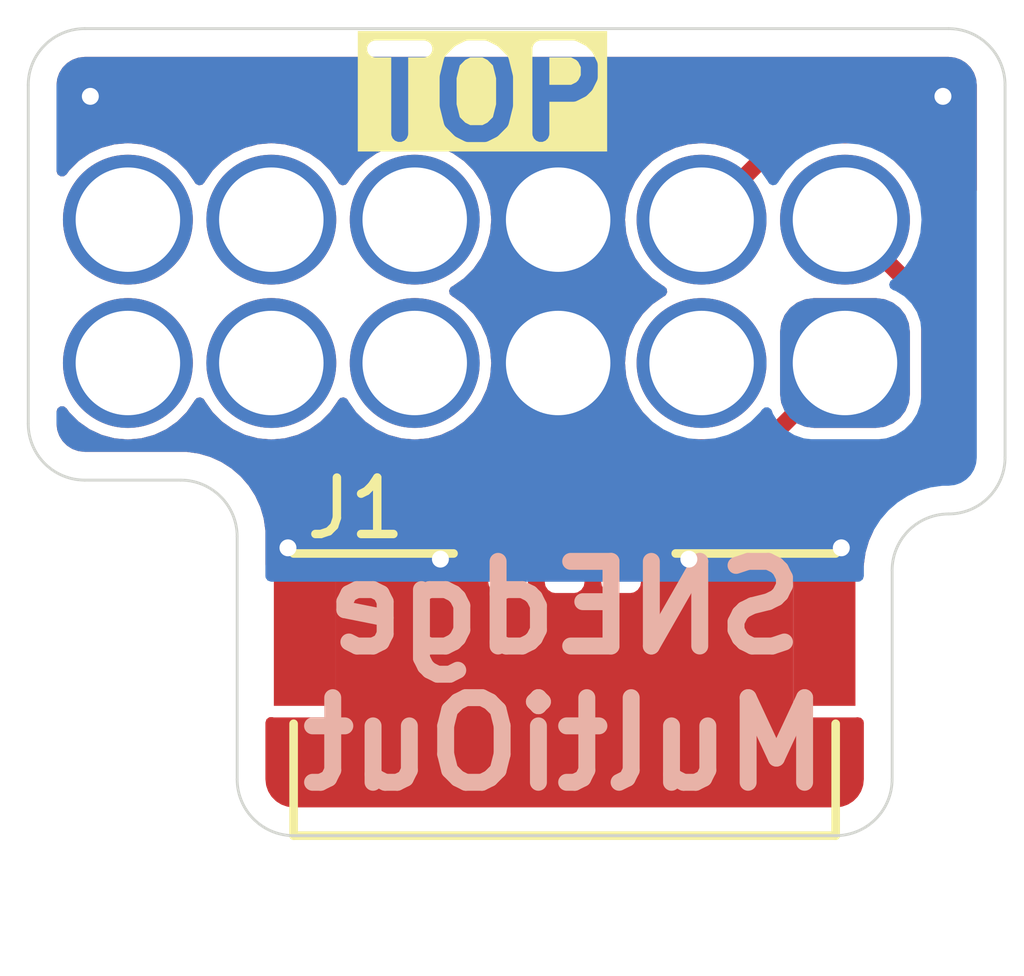
<source format=kicad_pcb>
(kicad_pcb (version 20240108) (generator "pcbnew") (generator_version "8.0")
  (title_block (title "MultiOut QSB") (date "2024-08-31") (rev "1") (company "Thundertechnologies") (comment 1 "Designed by InnocuousMuffin"))
  (layers (0 "F.Cu" signal) (31 "B.Cu" signal) (34 "B.Paste" user) (35 "F.Paste" user) (36 "B.SilkS" user "B.Silkscreen") (37 "F.SilkS" user "F.Silkscreen") (38 "B.Mask" user) (39 "F.Mask" user) (44 "Edge.Cuts" user))
  (net 0 "")
  (net 1 "/G")
  (net 2 "/R")
  (net 3 "GND")
  (net 4 "/B")
  (footprint "TT_Connectors:Multi_AV_QSB" (layer "F.Cu") (at 146.965 84.125)
    (property "Reference" "J2" (hide yes))
    (property "Value" "Multi AV")
    (pad "1" thru_hole roundrect (at 0 0) (size 2.3 2.3) (drill 1.85) (layers "*.Cu" "*.Mask") (roundrect_rratio 0.2608695652) (net 2 "/R"))
    (pad "2" thru_hole circle (at 0 -2.54) (size 2.3 2.3) (drill 1.85) (layers "*.Cu" "*.Mask") (net 1 "/G"))
    (pad "3" thru_hole circle (at -2.54 0) (size 2.3 2.3) (drill 1.85) (layers "*.Cu" "*.Mask"))
    (pad "4" thru_hole circle (at -2.54 -2.54) (size 2.3 2.3) (drill 1.85) (layers "*.Cu" "*.Mask") (net 4 "/B"))
    (pad "5" thru_hole circle (at -5.08 0) (size 2.3 2.3) (drill 1.85) (layers "*.Cu" "*.Mask") (net 3 "GND"))
    (pad "6" thru_hole circle (at -5.08 -2.54) (size 2.3 2.3) (drill 1.85) (layers "*.Cu" "*.Mask") (net 3 "GND"))
    (pad "7" thru_hole circle (at -7.62 0) (size 2.3 2.3) (drill 1.85) (layers "*.Cu" "*.Mask"))
    (pad "8" thru_hole circle (at -7.62 -2.54) (size 2.3 2.3) (drill 1.85) (layers "*.Cu" "*.Mask"))
    (pad "9" thru_hole circle (at -10.16 0) (size 2.3 2.3) (drill 1.85) (layers "*.Cu" "*.Mask"))
    (pad "10" thru_hole circle (at -10.16 -2.54) (size 2.3 2.3) (drill 1.85) (layers "*.Cu" "*.Mask"))
    (pad "11" thru_hole circle (at -12.7 0) (size 2.3 2.3) (drill 1.85) (layers "*.Cu" "*.Mask"))
    (pad "12" thru_hole circle (at -12.7 -2.54) (size 2.3 2.3) (drill 1.85) (layers "*.Cu" "*.Mask"))
  )
  (footprint "TT_Connectors:CON_527460771_MOL" (layer "F.Cu") (at 142 90)
    (property "Reference" "J1" (at -3.7 -3.3 0) (layer "F.SilkS"))
    (property "Value" "RGB_OUT")
    (fp_poly (pts (xy -4.05 -2) (xy -5.15 -2) (xy -5.15 0.2) (xy -4.05 0.2)) (fill solid) (layer "F.Cu"))
    (fp_poly (pts (xy 4.05 -2) (xy 5.15 -2) (xy 5.15 0.2) (xy 4.05 0.2)) (fill solid) (layer "F.Cu"))
    (fp_line (start -4.79999 0.5175) (end -4.79999 2.5) (stroke (width 0.1524)) (layer "F.SilkS"))
    (fp_line (start -4.79999 2.5) (end 4.79999 2.5) (stroke (width 0.1524)) (layer "F.SilkS"))
    (fp_line (start -1.967497 -2.5) (end -4.79999 -2.5) (stroke (width 0.1524)) (layer "F.SilkS"))
    (fp_line (start 4.79999 -2.5) (end 1.967502 -2.5) (stroke (width 0.1524)) (layer "F.SilkS"))
    (fp_line (start 4.79999 2.5) (end 4.79999 0.5175) (stroke (width 0.1524)) (layer "F.SilkS"))
    (pad "1" smd rect (at -1.499997 -2.4) (size 0.3 0.8) (layers "F.Cu" "F.Paste" "F.Mask") (net 3 "GND"))
    (pad "2" smd rect (at -0.999998 -2.4) (size 0.3 0.8) (layers "F.Cu" "F.Paste" "F.Mask") (net 2 "/R"))
    (pad "3" smd rect (at -0.499996 -2.4) (size 0.3 0.8) (layers "F.Cu" "F.Paste" "F.Mask") (net 3 "GND"))
    (pad "4" smd rect (at 0.000003 -2.4) (size 0.3 0.8) (layers "F.Cu" "F.Paste" "F.Mask") (net 1 "/G"))
    (pad "5" smd rect (at 0.500004 -2.4) (size 0.3 0.8) (layers "F.Cu" "F.Paste" "F.Mask") (net 3 "GND"))
    (pad "6" smd rect (at 1.000003 -2.4) (size 0.3 0.8) (layers "F.Cu" "F.Paste" "F.Mask") (net 4 "/B"))
    (pad "7" smd rect (at 1.500002 -2.4) (size 0.3 0.8) (layers "F.Cu" "F.Paste" "F.Mask") (net 3 "GND"))
    (pad "MP" smd rect (at -3.399997 -0.475) (size 1.3 3.049999) (layers "F.Cu" "F.Paste" "F.Mask") (net 3 "GND"))
    (pad "MP" smd rect (at 3.399997 -0.475) (size 1.3 3.049999) (layers "F.Cu" "F.Paste" "F.Mask") (net 3 "GND"))
  )
  (gr_arc (start 133.500001 86.199999) (mid 132.792894 85.907106) (end 132.500001 85.199999) (stroke (width 0.05)) (layer "Edge.Cuts"))
  (gr_arc (start 147.800001 87.800001) (mid 148.092894 87.092894) (end 148.800001 86.800001) (stroke (width 0.05)) (layer "Edge.Cuts"))
  (gr_line (start 136.2 87.2) (end 136.200001 91.499999) (stroke (width 0.05)) (layer "Edge.Cuts"))
  (gr_arc (start 149.799999 85.799999) (mid 149.507106 86.507106) (end 148.799999 86.799999) (stroke (width 0.05)) (layer "Edge.Cuts"))
  (gr_arc (start 135.2 86.2) (mid 135.907107 86.492893) (end 136.2 87.2) (stroke (width 0.05)) (layer "Edge.Cuts"))
  (gr_line (start 149.799999 85.799999) (end 149.8 79.2) (stroke (width 0.05)) (layer "Edge.Cuts"))
  (gr_line (start 132.500002 79.2) (end 132.500001 85.199999) (stroke (width 0.05)) (layer "Edge.Cuts"))
  (gr_arc (start 148.8 78.2) (mid 149.507107 78.492893) (end 149.8 79.2) (stroke (width 0.05)) (layer "Edge.Cuts"))
  (gr_line (start 147.799999 91.499999) (end 147.800001 87.800001) (stroke (width 0.05)) (layer "Edge.Cuts"))
  (gr_line (start 137.200001 92.499999) (end 146.799999 92.499999) (stroke (width 0.05)) (layer "Edge.Cuts"))
  (gr_arc (start 132.500002 79.2) (mid 132.792895 78.492893) (end 133.500002 78.2) (stroke (width 0.05)) (layer "Edge.Cuts"))
  (gr_line (start 133.500001 86.199999) (end 135.2 86.2) (stroke (width 0.05)) (layer "Edge.Cuts"))
  (gr_line (start 148.8 78.2) (end 133.500002 78.2) (stroke (width 0.05)) (layer "Edge.Cuts"))
  (gr_arc (start 147.799999 91.499999) (mid 147.507106 92.207106) (end 146.799999 92.499999) (stroke (width 0.05)) (layer "Edge.Cuts"))
  (gr_arc (start 137.200001 92.499999) (mid 136.492894 92.207106) (end 136.200001 91.499999) (stroke (width 0.05)) (layer "Edge.Cuts"))
  (gr_text "SNEdge\nMultiOut" (at 142 89.669 -0) (layer "B.SilkS") (effects (font (size 1.5 1.5) (thickness 0.3) (bold yes)) (justify mirror)))
  (gr_text "TOP" (at 140.614836 80.259345 0) (layer "F.SilkS" knockout) (effects (font (size 1.5 1.5) (thickness 0.3) (bold yes)) (justify bottom)))
  (segment (start 142.575003 86.125) (end 142.000003 86.7) (width 0.3) (layer "F.Cu") (net 1))
  (segment (start 146.965 81.585) (end 148.465 83.085) (width 0.3) (layer "F.Cu") (net 1))
  (segment (start 142.000003 86.7) (end 142.000003 87.25) (width 0.3) (layer "F.Cu") (net 1))
  (segment (start 148.465 85.075826) (end 147.415826 86.125) (width 0.3) (layer "F.Cu") (net 1))
  (segment (start 147.415826 86.125) (end 142.575003 86.125) (width 0.3) (layer "F.Cu") (net 1))
  (segment (start 148.465 83.085) (end 148.465 85.075826) (width 0.3) (layer "F.Cu") (net 1))
  (segment (start 141.000002 87.25) (end 141.000002 86.500002) (width 0.3) (layer "F.Cu") (net 2))
  (segment (start 141.875004 85.625) (end 145.465 85.625) (width 0.3) (layer "F.Cu") (net 2))
  (segment (start 141.000002 86.500002) (end 141.875004 85.625) (width 0.3) (layer "F.Cu") (net 2))
  (segment (start 145.465 85.625) (end 146.965 84.125) (width 0.3) (layer "F.Cu") (net 2))
  (via (at 146.9 87.4) (size 0.6) (drill 0.3) (layers "F.Cu" "B.Cu") (net 3))
  (via (at 148.7 79.4) (size 0.6) (drill 0.3) (layers "F.Cu" "B.Cu") (net 3))
  (via (at 133.6 79.4) (size 0.6) (drill 0.3) (layers "F.Cu" "B.Cu") (net 3))
  (via (at 139.8 87.6) (size 0.6) (drill 0.3) (layers "F.Cu" "B.Cu") (net 3))
  (via (at 144.2 87.6) (size 0.6) (drill 0.3) (layers "F.Cu" "B.Cu") (net 3))
  (via (at 137.1 87.4) (size 0.6) (drill 0.3) (layers "F.Cu" "B.Cu") (net 3))
  (segment (start 143.000003 86.9) (end 143.275003 86.625) (width 0.3) (layer "F.Cu") (net 4))
  (segment (start 145.925 80.085) (end 144.425 81.585) (width 0.3) (layer "F.Cu") (net 4))
  (segment (start 147.586321 80.085) (end 145.925 80.085) (width 0.3) (layer "F.Cu") (net 4))
  (segment (start 147.622932 86.625) (end 148.965 85.282932) (width 0.3) (layer "F.Cu") (net 4))
  (segment (start 143.000003 87.6) (end 143.000003 86.9) (width 0.3) (layer "F.Cu") (net 4))
  (segment (start 148.965 81.463679) (end 147.586321 80.085) (width 0.3) (layer "F.Cu") (net 4))
  (segment (start 147.622933 86.625) (end 147.622932 86.625) (width 0.3) (layer "F.Cu") (net 4))
  (segment (start 148.965 85.282932) (end 148.965 81.463679) (width 0.3) (layer "F.Cu") (net 4))
  (segment (start 143.275003 86.625) (end 147.622933 86.625) (width 0.3) (layer "F.Cu") (net 4))
  (zone (net 3) (net_name "GND") (layers "F&B.Cu") (connect_pads yes (clearance 0.2)) (min_thickness 0.2) (fill yes (thermal_gap 0.5) (thermal_bridge_width 0.5))
    (polygon (pts (xy 132.3 78) (xy 150.1 78) (xy 150.1 94.5) (xy 149.6 95) (xy 133.6 95) (xy 132 93.4) (xy 132 78.3)))
  )
  (zone (net 0) (net_name "") (layer "B.Cu") (connect_pads (clearance 0)) (min_thickness 0.25)
    (keepout (tracks allowed) (vias allowed) (pads not_allowed) (copperpour not_allowed) (footprints allowed))
    (fill (thermal_gap 0.5) (thermal_bridge_width 0.5))
    (polygon (pts (xy 148.3 88) (xy 135.2 88) (xy 135.2 93.5) (xy 135.5 93.8) (xy 148.7 93.8) (xy 148.7 88.4)))
  )
)
</source>
